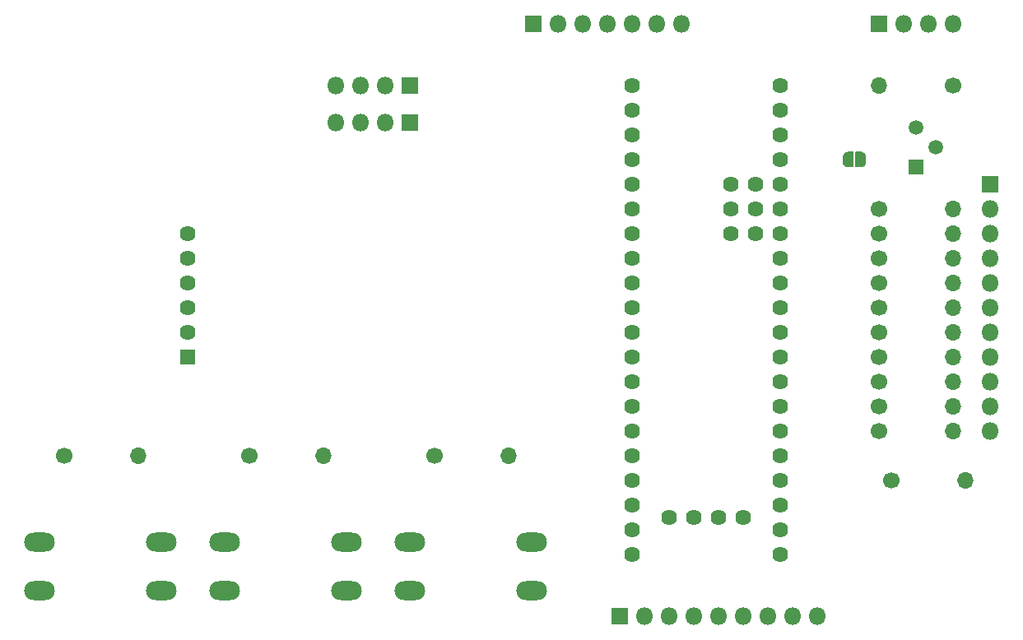
<source format=gbr>
%TF.GenerationSoftware,KiCad,Pcbnew,5.1.6-c6e7f7d~86~ubuntu16.04.1*%
%TF.CreationDate,2020-07-12T04:11:33+01:00*%
%TF.ProjectId,bluepill-pb1,626c7565-7069-46c6-9c2d-7062312e6b69,rev?*%
%TF.SameCoordinates,Original*%
%TF.FileFunction,Soldermask,Top*%
%TF.FilePolarity,Negative*%
%FSLAX46Y46*%
G04 Gerber Fmt 4.6, Leading zero omitted, Abs format (unit mm)*
G04 Created by KiCad (PCBNEW 5.1.6-c6e7f7d~86~ubuntu16.04.1) date 2020-07-12 04:11:33*
%MOMM*%
%LPD*%
G01*
G04 APERTURE LIST*
%ADD10O,1.700000X1.700000*%
%ADD11C,1.700000*%
%ADD12C,1.624000*%
%ADD13O,3.148000X1.950000*%
%ADD14O,1.800000X1.800000*%
%ADD15R,1.800000X1.800000*%
%ADD16C,1.497000*%
%ADD17R,1.497000X1.497000*%
%ADD18C,0.100000*%
%ADD19R,1.624000X1.624000*%
G04 APERTURE END LIST*
D10*
%TO.C,R15*%
X175260000Y-106680000D03*
D11*
X167640000Y-106680000D03*
%TD*%
D12*
%TO.C,U1*%
X140970000Y-109220000D03*
X151130000Y-81280000D03*
X151130000Y-78740000D03*
X151130000Y-76200000D03*
X153670000Y-81280000D03*
X153670000Y-78740000D03*
X153670000Y-76200000D03*
X152400000Y-110490000D03*
X149860000Y-110490000D03*
X147320000Y-110490000D03*
X144780000Y-110490000D03*
X156210000Y-66040000D03*
X156210000Y-68580000D03*
X156210000Y-71120000D03*
X156210000Y-73660000D03*
X156210000Y-76200000D03*
X156210000Y-78740000D03*
X156210000Y-81280000D03*
X156210000Y-83820000D03*
X156210000Y-86360000D03*
X156210000Y-88900000D03*
X156210000Y-91440000D03*
X156210000Y-93980000D03*
X156210000Y-96520000D03*
X156210000Y-99060000D03*
X156210000Y-101600000D03*
X156210000Y-104140000D03*
X156210000Y-106680000D03*
X156210000Y-109220000D03*
X156210000Y-111760000D03*
X156210000Y-114300000D03*
X140970000Y-114300000D03*
X140970000Y-111760000D03*
X140970000Y-106680000D03*
X140970000Y-104140000D03*
X140970000Y-101600000D03*
X140970000Y-99060000D03*
X140970000Y-96520000D03*
X140970000Y-93980000D03*
X140970000Y-91440000D03*
X140970000Y-88900000D03*
X140970000Y-86360000D03*
X140970000Y-83820000D03*
X140970000Y-81280000D03*
X140970000Y-78740000D03*
X140970000Y-76200000D03*
X140970000Y-73660000D03*
X140970000Y-71120000D03*
X140970000Y-68580000D03*
X140970000Y-66040000D03*
%TD*%
D13*
%TO.C,SW2*%
X99060000Y-118030000D03*
X99060000Y-113030000D03*
X111560000Y-118030000D03*
X111560000Y-113030000D03*
%TD*%
D14*
%TO.C,J6*%
X146050000Y-59690000D03*
X143510000Y-59690000D03*
X140970000Y-59690000D03*
X138430000Y-59690000D03*
X135890000Y-59690000D03*
X133350000Y-59690000D03*
D15*
X130810000Y-59690000D03*
%TD*%
D14*
%TO.C,J5*%
X160020000Y-120650000D03*
X157480000Y-120650000D03*
X154940000Y-120650000D03*
X152400000Y-120650000D03*
X149860000Y-120650000D03*
X147320000Y-120650000D03*
X144780000Y-120650000D03*
X142240000Y-120650000D03*
D15*
X139700000Y-120650000D03*
%TD*%
D10*
%TO.C,R14*%
X166370000Y-66040000D03*
D11*
X173990000Y-66040000D03*
%TD*%
D16*
%TO.C,Q1*%
X170180000Y-70358000D03*
X172212000Y-72390000D03*
D17*
X170180000Y-74422000D03*
%TD*%
D14*
%TO.C,J4*%
X110490000Y-66040000D03*
X113030000Y-66040000D03*
X115570000Y-66040000D03*
D15*
X118110000Y-66040000D03*
%TD*%
D14*
%TO.C,J2*%
X173990000Y-59690000D03*
X171450000Y-59690000D03*
X168910000Y-59690000D03*
D15*
X166370000Y-59690000D03*
%TD*%
D14*
%TO.C,J1*%
X177800000Y-101600000D03*
X177800000Y-99060000D03*
X177800000Y-96520000D03*
X177800000Y-93980000D03*
X177800000Y-91440000D03*
X177800000Y-88900000D03*
X177800000Y-86360000D03*
X177800000Y-83820000D03*
X177800000Y-81280000D03*
X177800000Y-78740000D03*
D15*
X177800000Y-76200000D03*
%TD*%
D18*
%TO.C,JP1*%
G36*
X163173889Y-74459398D02*
G01*
X163155466Y-74459398D01*
X163150565Y-74459157D01*
X163101734Y-74454347D01*
X163096881Y-74453627D01*
X163048756Y-74444055D01*
X163043995Y-74442863D01*
X162997040Y-74428619D01*
X162992421Y-74426966D01*
X162947088Y-74408189D01*
X162942651Y-74406091D01*
X162899378Y-74382960D01*
X162895171Y-74380438D01*
X162854372Y-74353178D01*
X162850430Y-74350254D01*
X162812501Y-74319126D01*
X162808866Y-74315831D01*
X162774169Y-74281134D01*
X162770874Y-74277499D01*
X162739746Y-74239570D01*
X162736822Y-74235628D01*
X162709562Y-74194829D01*
X162707040Y-74190622D01*
X162683909Y-74147349D01*
X162681811Y-74142912D01*
X162663034Y-74097579D01*
X162661381Y-74092960D01*
X162647137Y-74046005D01*
X162645945Y-74041244D01*
X162636373Y-73993119D01*
X162635653Y-73988266D01*
X162630843Y-73939435D01*
X162630602Y-73934534D01*
X162630602Y-73916111D01*
X162630000Y-73910000D01*
X162630000Y-73410000D01*
X162630602Y-73403889D01*
X162630602Y-73385466D01*
X162630843Y-73380565D01*
X162635653Y-73331734D01*
X162636373Y-73326881D01*
X162645945Y-73278756D01*
X162647137Y-73273995D01*
X162661381Y-73227040D01*
X162663034Y-73222421D01*
X162681811Y-73177088D01*
X162683909Y-73172651D01*
X162707040Y-73129378D01*
X162709562Y-73125171D01*
X162736822Y-73084372D01*
X162739746Y-73080430D01*
X162770874Y-73042501D01*
X162774169Y-73038866D01*
X162808866Y-73004169D01*
X162812501Y-73000874D01*
X162850430Y-72969746D01*
X162854372Y-72966822D01*
X162895171Y-72939562D01*
X162899378Y-72937040D01*
X162942651Y-72913909D01*
X162947088Y-72911811D01*
X162992421Y-72893034D01*
X162997040Y-72891381D01*
X163043995Y-72877137D01*
X163048756Y-72875945D01*
X163096881Y-72866373D01*
X163101734Y-72865653D01*
X163150565Y-72860843D01*
X163155466Y-72860602D01*
X163173889Y-72860602D01*
X163180000Y-72860000D01*
X163680000Y-72860000D01*
X163689755Y-72860961D01*
X163699134Y-72863806D01*
X163707779Y-72868427D01*
X163715355Y-72874645D01*
X163721573Y-72882221D01*
X163726194Y-72890866D01*
X163729039Y-72900245D01*
X163730000Y-72910000D01*
X163730000Y-74410000D01*
X163729039Y-74419755D01*
X163726194Y-74429134D01*
X163721573Y-74437779D01*
X163715355Y-74445355D01*
X163707779Y-74451573D01*
X163699134Y-74456194D01*
X163689755Y-74459039D01*
X163680000Y-74460000D01*
X163180000Y-74460000D01*
X163173889Y-74459398D01*
G37*
G36*
X163970245Y-74459039D02*
G01*
X163960866Y-74456194D01*
X163952221Y-74451573D01*
X163944645Y-74445355D01*
X163938427Y-74437779D01*
X163933806Y-74429134D01*
X163930961Y-74419755D01*
X163930000Y-74410000D01*
X163930000Y-72910000D01*
X163930961Y-72900245D01*
X163933806Y-72890866D01*
X163938427Y-72882221D01*
X163944645Y-72874645D01*
X163952221Y-72868427D01*
X163960866Y-72863806D01*
X163970245Y-72860961D01*
X163980000Y-72860000D01*
X164480000Y-72860000D01*
X164486111Y-72860602D01*
X164504534Y-72860602D01*
X164509435Y-72860843D01*
X164558266Y-72865653D01*
X164563119Y-72866373D01*
X164611244Y-72875945D01*
X164616005Y-72877137D01*
X164662960Y-72891381D01*
X164667579Y-72893034D01*
X164712912Y-72911811D01*
X164717349Y-72913909D01*
X164760622Y-72937040D01*
X164764829Y-72939562D01*
X164805628Y-72966822D01*
X164809570Y-72969746D01*
X164847499Y-73000874D01*
X164851134Y-73004169D01*
X164885831Y-73038866D01*
X164889126Y-73042501D01*
X164920254Y-73080430D01*
X164923178Y-73084372D01*
X164950438Y-73125171D01*
X164952960Y-73129378D01*
X164976091Y-73172651D01*
X164978189Y-73177088D01*
X164996966Y-73222421D01*
X164998619Y-73227040D01*
X165012863Y-73273995D01*
X165014055Y-73278756D01*
X165023627Y-73326881D01*
X165024347Y-73331734D01*
X165029157Y-73380565D01*
X165029398Y-73385466D01*
X165029398Y-73403889D01*
X165030000Y-73410000D01*
X165030000Y-73910000D01*
X165029398Y-73916111D01*
X165029398Y-73934534D01*
X165029157Y-73939435D01*
X165024347Y-73988266D01*
X165023627Y-73993119D01*
X165014055Y-74041244D01*
X165012863Y-74046005D01*
X164998619Y-74092960D01*
X164996966Y-74097579D01*
X164978189Y-74142912D01*
X164976091Y-74147349D01*
X164952960Y-74190622D01*
X164950438Y-74194829D01*
X164923178Y-74235628D01*
X164920254Y-74239570D01*
X164889126Y-74277499D01*
X164885831Y-74281134D01*
X164851134Y-74315831D01*
X164847499Y-74319126D01*
X164809570Y-74350254D01*
X164805628Y-74353178D01*
X164764829Y-74380438D01*
X164760622Y-74382960D01*
X164717349Y-74406091D01*
X164712912Y-74408189D01*
X164667579Y-74426966D01*
X164662960Y-74428619D01*
X164616005Y-74442863D01*
X164611244Y-74444055D01*
X164563119Y-74453627D01*
X164558266Y-74454347D01*
X164509435Y-74459157D01*
X164504534Y-74459398D01*
X164486111Y-74459398D01*
X164480000Y-74460000D01*
X163980000Y-74460000D01*
X163970245Y-74459039D01*
G37*
%TD*%
D10*
%TO.C,R13*%
X173990000Y-101600000D03*
D11*
X166370000Y-101600000D03*
%TD*%
D10*
%TO.C,R12*%
X173990000Y-99060000D03*
D11*
X166370000Y-99060000D03*
%TD*%
D10*
%TO.C,R11*%
X173990000Y-96520000D03*
D11*
X166370000Y-96520000D03*
%TD*%
D10*
%TO.C,R10*%
X173990000Y-93980000D03*
D11*
X166370000Y-93980000D03*
%TD*%
D10*
%TO.C,R9*%
X173990000Y-91440000D03*
D11*
X166370000Y-91440000D03*
%TD*%
D10*
%TO.C,R8*%
X173990000Y-88900000D03*
D11*
X166370000Y-88900000D03*
%TD*%
D10*
%TO.C,R7*%
X173990000Y-86360000D03*
D11*
X166370000Y-86360000D03*
%TD*%
D10*
%TO.C,R6*%
X173990000Y-83820000D03*
D11*
X166370000Y-83820000D03*
%TD*%
D10*
%TO.C,R5*%
X173990000Y-81280000D03*
D11*
X166370000Y-81280000D03*
%TD*%
D10*
%TO.C,R4*%
X173990000Y-78740000D03*
D11*
X166370000Y-78740000D03*
%TD*%
D13*
%TO.C,SW3*%
X118110000Y-118030000D03*
X118110000Y-113030000D03*
X130610000Y-118030000D03*
X130610000Y-113030000D03*
%TD*%
%TO.C,SW1*%
X80010000Y-118030000D03*
X80010000Y-113030000D03*
X92510000Y-118030000D03*
X92510000Y-113030000D03*
%TD*%
D10*
%TO.C,R3*%
X128270000Y-104140000D03*
D11*
X120650000Y-104140000D03*
%TD*%
D10*
%TO.C,R2*%
X109220000Y-104140000D03*
D11*
X101600000Y-104140000D03*
%TD*%
D10*
%TO.C,R1*%
X90170000Y-104140000D03*
D11*
X82550000Y-104140000D03*
%TD*%
D14*
%TO.C,J3*%
X110490000Y-69850000D03*
X113030000Y-69850000D03*
X115570000Y-69850000D03*
D15*
X118110000Y-69850000D03*
%TD*%
D12*
%TO.C,A1*%
X95250000Y-81280000D03*
X95250000Y-83820000D03*
X95250000Y-86360000D03*
X95250000Y-88900000D03*
X95250000Y-91440000D03*
D19*
X95250000Y-93980000D03*
%TD*%
M02*

</source>
